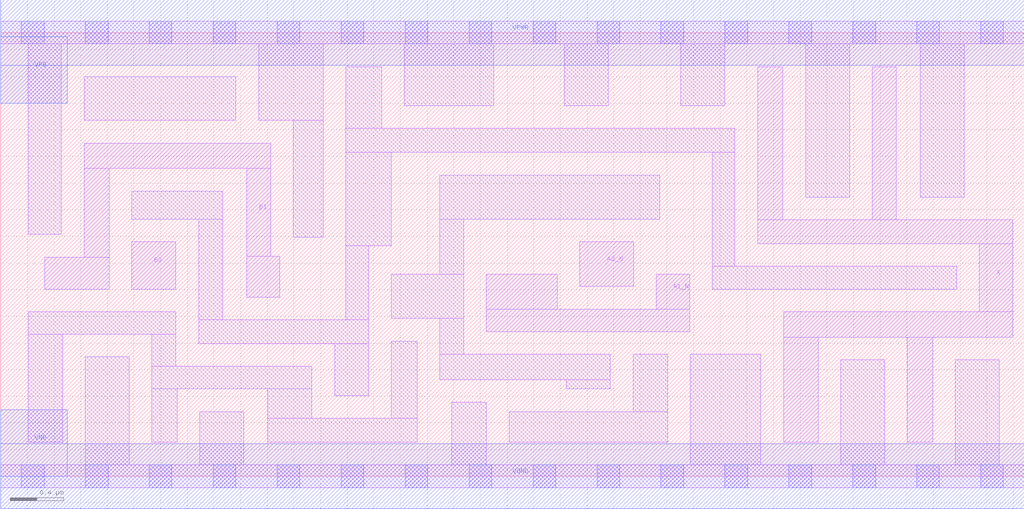
<source format=lef>
# Copyright 2020 The SkyWater PDK Authors
#
# Licensed under the Apache License, Version 2.0 (the "License");
# you may not use this file except in compliance with the License.
# You may obtain a copy of the License at
#
#     https://www.apache.org/licenses/LICENSE-2.0
#
# Unless required by applicable law or agreed to in writing, software
# distributed under the License is distributed on an "AS IS" BASIS,
# WITHOUT WARRANTIES OR CONDITIONS OF ANY KIND, either express or implied.
# See the License for the specific language governing permissions and
# limitations under the License.
#
# SPDX-License-Identifier: Apache-2.0

VERSION 5.5 ;
NAMESCASESENSITIVE ON ;
BUSBITCHARS "[]" ;
DIVIDERCHAR "/" ;
MACRO sky130_fd_sc_lp__o2bb2a_4
  CLASS CORE ;
  SOURCE USER ;
  ORIGIN  0.000000  0.000000 ;
  SIZE  7.680000 BY  3.330000 ;
  SYMMETRY X Y R90 ;
  SITE unit ;
  PIN A1_N
    ANTENNAGATEAREA  0.630000 ;
    DIRECTION INPUT ;
    USE SIGNAL ;
    PORT
      LAYER li1 ;
        RECT 3.645000 1.085000 5.170000 1.255000 ;
        RECT 3.645000 1.255000 4.175000 1.515000 ;
        RECT 4.920000 1.255000 5.170000 1.515000 ;
    END
  END A1_N
  PIN A2_N
    ANTENNAGATEAREA  0.630000 ;
    DIRECTION INPUT ;
    USE SIGNAL ;
    PORT
      LAYER li1 ;
        RECT 4.345000 1.425000 4.750000 1.760000 ;
    END
  END A2_N
  PIN B1
    ANTENNAGATEAREA  0.630000 ;
    DIRECTION INPUT ;
    USE SIGNAL ;
    PORT
      LAYER li1 ;
        RECT 0.330000 1.405000 0.815000 1.645000 ;
        RECT 0.625000 1.645000 0.815000 2.310000 ;
        RECT 0.625000 2.310000 2.025000 2.500000 ;
        RECT 1.845000 1.345000 2.095000 1.650000 ;
        RECT 1.845000 1.650000 2.025000 2.310000 ;
    END
  END B1
  PIN B2
    ANTENNAGATEAREA  0.630000 ;
    DIRECTION INPUT ;
    USE SIGNAL ;
    PORT
      LAYER li1 ;
        RECT 0.985000 1.405000 1.315000 1.760000 ;
    END
  END B2
  PIN X
    ANTENNADIFFAREA  1.176000 ;
    DIRECTION OUTPUT ;
    USE SIGNAL ;
    PORT
      LAYER li1 ;
        RECT 5.680000 1.745000 7.595000 1.925000 ;
        RECT 5.680000 1.925000 5.870000 3.075000 ;
        RECT 5.875000 0.255000 6.135000 1.045000 ;
        RECT 5.875000 1.045000 7.595000 1.235000 ;
        RECT 6.540000 1.925000 6.720000 3.075000 ;
        RECT 6.805000 0.255000 6.995000 1.045000 ;
        RECT 7.345000 1.235000 7.595000 1.745000 ;
    END
  END X
  PIN VGND
    DIRECTION INOUT ;
    USE GROUND ;
    PORT
      LAYER met1 ;
        RECT 0.000000 -0.245000 7.680000 0.245000 ;
    END
  END VGND
  PIN VNB
    DIRECTION INOUT ;
    USE GROUND ;
    PORT
      LAYER met1 ;
        RECT 0.000000 0.000000 0.500000 0.500000 ;
    END
  END VNB
  PIN VPB
    DIRECTION INOUT ;
    USE POWER ;
    PORT
      LAYER met1 ;
        RECT 0.000000 2.800000 0.500000 3.300000 ;
    END
  END VPB
  PIN VPWR
    DIRECTION INOUT ;
    USE POWER ;
    PORT
      LAYER met1 ;
        RECT 0.000000 3.085000 7.680000 3.575000 ;
    END
  END VPWR
  OBS
    LAYER li1 ;
      RECT 0.000000 -0.085000 7.680000 0.085000 ;
      RECT 0.000000  3.245000 7.680000 3.415000 ;
      RECT 0.205000  0.255000 0.465000 1.065000 ;
      RECT 0.205000  1.065000 1.315000 1.235000 ;
      RECT 0.205000  1.815000 0.455000 3.245000 ;
      RECT 0.625000  2.670000 1.765000 3.000000 ;
      RECT 0.635000  0.085000 0.965000 0.895000 ;
      RECT 0.985000  1.930000 1.665000 2.140000 ;
      RECT 1.135000  0.255000 1.325000 0.655000 ;
      RECT 1.135000  0.655000 2.335000 0.825000 ;
      RECT 1.135000  0.825000 1.315000 1.065000 ;
      RECT 1.485000  0.995000 2.760000 1.175000 ;
      RECT 1.485000  1.175000 1.665000 1.930000 ;
      RECT 1.495000  0.085000 1.825000 0.485000 ;
      RECT 1.935000  2.670000 2.420000 3.245000 ;
      RECT 2.005000  0.255000 3.125000 0.435000 ;
      RECT 2.005000  0.435000 2.335000 0.655000 ;
      RECT 2.195000  1.795000 2.420000 2.670000 ;
      RECT 2.505000  0.605000 2.760000 0.995000 ;
      RECT 2.590000  1.175000 2.760000 1.730000 ;
      RECT 2.590000  1.730000 2.930000 2.430000 ;
      RECT 2.590000  2.430000 5.510000 2.610000 ;
      RECT 2.590000  2.610000 2.860000 3.075000 ;
      RECT 2.930000  0.435000 3.125000 1.015000 ;
      RECT 2.930000  1.185000 3.475000 1.515000 ;
      RECT 3.030000  2.780000 3.700000 3.245000 ;
      RECT 3.295000  0.725000 4.575000 0.915000 ;
      RECT 3.295000  0.915000 3.475000 1.185000 ;
      RECT 3.295000  1.515000 3.475000 1.930000 ;
      RECT 3.295000  1.930000 4.945000 2.260000 ;
      RECT 3.385000  0.085000 3.645000 0.555000 ;
      RECT 3.815000  0.255000 5.005000 0.485000 ;
      RECT 4.230000  2.780000 4.560000 3.245000 ;
      RECT 4.245000  0.655000 4.575000 0.725000 ;
      RECT 4.745000  0.485000 5.005000 0.915000 ;
      RECT 5.105000  2.780000 5.435000 3.245000 ;
      RECT 5.175000  0.085000 5.705000 0.915000 ;
      RECT 5.340000  1.405000 7.175000 1.575000 ;
      RECT 5.340000  1.575000 5.510000 2.430000 ;
      RECT 6.040000  2.095000 6.370000 3.245000 ;
      RECT 6.305000  0.085000 6.635000 0.875000 ;
      RECT 6.900000  2.095000 7.230000 3.245000 ;
      RECT 7.165000  0.085000 7.495000 0.875000 ;
    LAYER mcon ;
      RECT 0.155000 -0.085000 0.325000 0.085000 ;
      RECT 0.155000  3.245000 0.325000 3.415000 ;
      RECT 0.635000 -0.085000 0.805000 0.085000 ;
      RECT 0.635000  3.245000 0.805000 3.415000 ;
      RECT 1.115000 -0.085000 1.285000 0.085000 ;
      RECT 1.115000  3.245000 1.285000 3.415000 ;
      RECT 1.595000 -0.085000 1.765000 0.085000 ;
      RECT 1.595000  3.245000 1.765000 3.415000 ;
      RECT 2.075000 -0.085000 2.245000 0.085000 ;
      RECT 2.075000  3.245000 2.245000 3.415000 ;
      RECT 2.555000 -0.085000 2.725000 0.085000 ;
      RECT 2.555000  3.245000 2.725000 3.415000 ;
      RECT 3.035000 -0.085000 3.205000 0.085000 ;
      RECT 3.035000  3.245000 3.205000 3.415000 ;
      RECT 3.515000 -0.085000 3.685000 0.085000 ;
      RECT 3.515000  3.245000 3.685000 3.415000 ;
      RECT 3.995000 -0.085000 4.165000 0.085000 ;
      RECT 3.995000  3.245000 4.165000 3.415000 ;
      RECT 4.475000 -0.085000 4.645000 0.085000 ;
      RECT 4.475000  3.245000 4.645000 3.415000 ;
      RECT 4.955000 -0.085000 5.125000 0.085000 ;
      RECT 4.955000  3.245000 5.125000 3.415000 ;
      RECT 5.435000 -0.085000 5.605000 0.085000 ;
      RECT 5.435000  3.245000 5.605000 3.415000 ;
      RECT 5.915000 -0.085000 6.085000 0.085000 ;
      RECT 5.915000  3.245000 6.085000 3.415000 ;
      RECT 6.395000 -0.085000 6.565000 0.085000 ;
      RECT 6.395000  3.245000 6.565000 3.415000 ;
      RECT 6.875000 -0.085000 7.045000 0.085000 ;
      RECT 6.875000  3.245000 7.045000 3.415000 ;
      RECT 7.355000 -0.085000 7.525000 0.085000 ;
      RECT 7.355000  3.245000 7.525000 3.415000 ;
  END
END sky130_fd_sc_lp__o2bb2a_4
END LIBRARY

</source>
